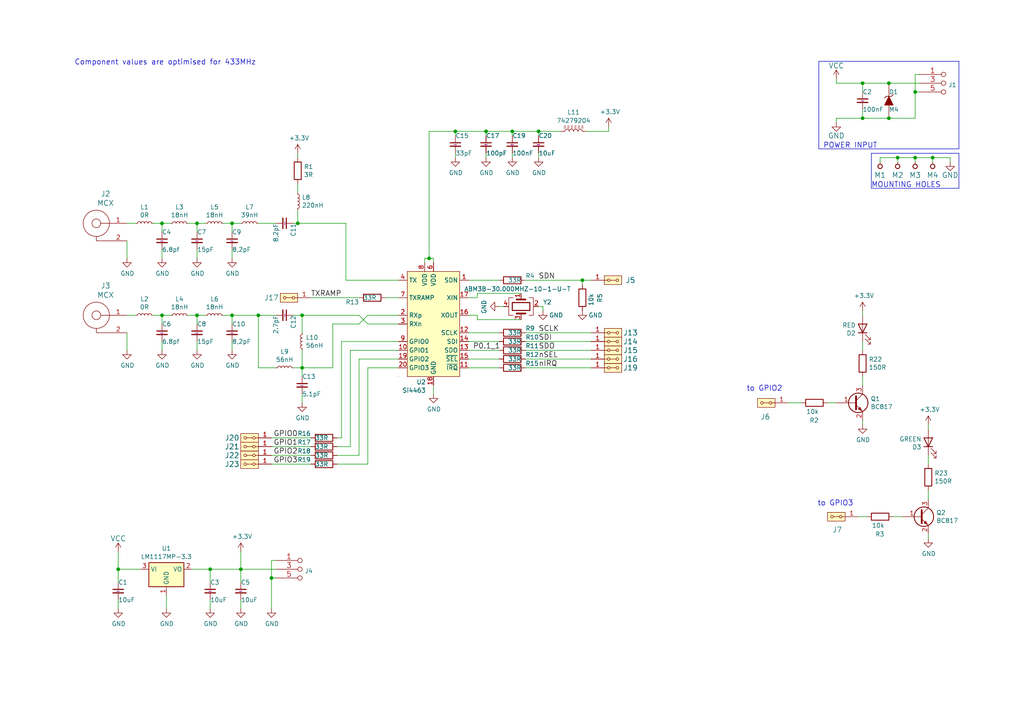
<source format=kicad_sch>
(kicad_sch (version 20231120) (generator "eeschema") (generator_version "8.0")
  (paper "A4")
  (title_block (title "ISM03") (date "%F") (rev "ISM01A") (company "Mlab www.mlab.cz") (comment 1 "Sub-GHz ISM radio transceiver"))
  (lib_symbols
    (symbol "Device:C_Small" (pin_numbers hide) (pin_names (offset 0.254) hide)
      (property "Reference" "C" (at 0.254 1.778 0))
      (property "Value" "C_Small" (at 0.254 -2.032 0))
      (symbol "C_Small_1_1"
        (pin passive line (at 0 2.54 270) (length 2.032) (name "~") (number "1"))
        (pin passive line (at 0 -2.54 90) (length 2.032) (name "~") (number "2"))
      )
    )
    (symbol "Device:Crystal_GND24" (pin_names (offset 1.016) hide)
      (property "Reference" "Y" (at 3.175 5.08 0))
      (property "Value" "Crystal_GND24" (at 3.175 3.175 0))
      (symbol "Crystal_GND24_1_1"
        (pin passive line (at -3.81 0 0) (length 1.27) (name "1") (number "1"))
        (pin passive line (at 0 5.08 270) (length 1.27) (name "2") (number "2"))
        (pin passive line (at 3.81 0 180) (length 1.27) (name "3") (number "3"))
        (pin passive line (at 0 -5.08 90) (length 1.27) (name "4") (number "4"))
      )
    )
    (symbol "Device:LED" (pin_numbers hide) (pin_names (offset 1.016) hide)
      (property "Reference" "D" (at 0 2.54 0))
      (property "Value" "LED" (at 0 -2.54 0))
      (symbol "LED_1_1"
        (pin passive line (at -3.81 0 0) (length 2.54) (name "K") (number "1"))
        (pin passive line (at 3.81 0 180) (length 2.54) (name "A") (number "2"))
      )
    )
    (symbol "Device:L_Ferrite" (pin_numbers hide) (pin_names (offset 1.016) hide)
      (property "Reference" "L" (at -1.27 0 90))
      (property "Value" "L_Ferrite" (at 2.794 0 90))
      (symbol "L_Ferrite_1_1"
        (pin passive line (at 0 3.81 270) (length 1.27) (name "1") (number "1"))
        (pin passive line (at 0 -3.81 90) (length 1.27) (name "2") (number "2"))
      )
    )
    (symbol "Device:L_Small" (pin_numbers hide) (pin_names (offset 0.254) hide)
      (property "Reference" "L" (at 0.762 1.016 0))
      (property "Value" "L_Small" (at 0.762 -1.016 0))
      (symbol "L_Small_1_1"
        (pin passive line (at 0 2.54 270) (length 0.508) (name "~") (number "1"))
        (pin passive line (at 0 -2.54 90) (length 0.508) (name "~") (number "2"))
      )
    )
    (symbol "Device:Q_NPN_BEC" (pin_names (offset 0) hide)
      (property "Reference" "Q" (at 5.08 1.27 0))
      (property "Value" "Q_NPN_BEC" (at 5.08 -1.27 0))
      (symbol "Q_NPN_BEC_1_1"
        (pin input line (at -5.08 0 0) (length 5.715) (name "B") (number "1"))
        (pin passive line (at 2.54 -5.08 90) (length 2.54) (name "E") (number "2"))
        (pin passive line (at 2.54 5.08 270) (length 2.54) (name "C") (number "3"))
      )
    )
    (symbol "Device:R" (pin_numbers hide) (pin_names (offset 0))
      (property "Reference" "R" (at 2.032 0 90))
      (property "Value" "R" (at 0 0 90))
      (symbol "R_1_1"
        (pin passive line (at 0 3.81 270) (length 1.27) (name "~") (number "1"))
        (pin passive line (at 0 -3.81 90) (length 1.27) (name "~") (number "2"))
      )
    )
    (symbol "MLAB_CONNECTORS:SMA" (pin_names (offset 1.016))
      (property "Reference" "J" (at 0 5.08 0))
      (property "Value" "SMA" (at 3.81 -5.08 0))
      (symbol "SMA_1_1"
        (pin unspecified line (at -8.89 0 0) (length 5.08) (name "~") (number "1"))
        (pin unspecified line (at -8.89 -5.08 0) (length 5.08) (name "~") (number "2"))
      )
    )
    (symbol "MLAB_D:D_ZENER" (pin_numbers hide) (pin_names (offset 1.016) hide)
      (property "Reference" "D" (at 0 2.54 0))
      (property "Value" "D_ZENER" (at 0 -2.54 0))
      (symbol "D_ZENER_1_1"
        (pin passive line (at -5.08 0 0) (length 3.81) (name "K") (number "1"))
        (pin passive line (at 5.08 0 180) (length 3.81) (name "A") (number "2"))
      )
    )
    (symbol "MLAB_HEADER:HEADER_2x01_PARALLEL" (pin_names (offset 1.016))
      (property "Reference" "J" (at 0 -2.54 0))
      (property "Value" "HEADER_2x01_PARALLEL" (at 0 2.54 0))
      (symbol "HEADER_2x01_PARALLEL_1_1"
        (pin input line (at -6.35 0 0) (length 3.81) (name "~") (number "1"))
        (pin input line (at -6.35 0 0) (length 3.81) hide (name "~") (number "2"))
      )
    )
    (symbol "MLAB_Jumpers:JUMP_3X2" (pin_names (offset 1.016) hide)
      (property "Reference" "J" (at -8.89 5.08 0))
      (symbol "JUMP_3X2_1_1"
        (pin passive inverted (at -10.16 3.81 0) (length 7.62) (name "2") (number "1"))
        (pin passive inverted (at -10.16 3.81 0) (length 7.62) hide (name "2") (number "2"))
        (pin passive inverted (at -10.16 1.27 0) (length 7.62) (name "4") (number "3"))
        (pin passive inverted (at -10.16 1.27 0) (length 7.62) hide (name "4") (number "4"))
        (pin passive inverted (at -10.16 -1.27 0) (length 7.62) (name "6") (number "5"))
        (pin passive inverted (at -10.16 -1.27 0) (length 7.62) hide (name "6") (number "6"))
      )
    )
    (symbol "MLAB_MECHANICAL:HOLE" (pin_numbers hide) (pin_names (offset 1.016) hide)
      (property "Reference" "M" (at 0 2.54 0))
      (property "Value" "HOLE" (at 0 -2.54 0))
      (symbol "HOLE_1_1"
        (pin input line (at 1.27 0 180) (length 0.635) (name "~") (number "1"))
      )
    )
    (symbol "RF:Si4463"
      (property "Reference" "U" (at -6.35 16.51 0))
      (property "Value" "Si4463" (at 6.35 16.51 0))
      (symbol "Si4463_1_1"
        (pin input line (at -10.16 12.7 0) (length 2.54) (name "SDN") (number "1"))
        (pin bidirectional line (at 10.16 -7.62 180) (length 2.54) (name "GPIO1") (number "10"))
        (pin open_collector line (at -10.16 -12.7 0) (length 2.54) (name "~{IRQ}") (number "11"))
        (pin input line (at -10.16 -2.54 0) (length 2.54) (name "SCLK") (number "12"))
        (pin output line (at -10.16 -7.62 0) (length 2.54) (name "SDO") (number "13"))
        (pin input line (at -10.16 -5.08 0) (length 2.54) (name "SDI") (number "14"))
        (pin input line (at -10.16 -10.16 0) (length 2.54) (name "~{SEL}") (number "15"))
        (pin passive line (at -10.16 2.54 0) (length 2.54) (name "XOUT") (number "16"))
        (pin input line (at -10.16 7.62 0) (length 2.54) (name "XIN") (number "17"))
        (pin power_in line (at 0 -17.78 90) (length 2.54) (name "GND") (number "18"))
        (pin bidirectional line (at 10.16 -10.16 180) (length 2.54) (name "GPIO2") (number "19"))
        (pin input line (at 10.16 2.54 180) (length 2.54) (name "RXp") (number "2"))
        (pin bidirectional line (at 10.16 -12.7 180) (length 2.54) (name "GPIO3") (number "20"))
        (pin passive line (at 0 -17.78 90) (length 2.54) hide (name "GND") (number "21"))
        (pin input line (at 10.16 0 180) (length 2.54) (name "RXn") (number "3"))
        (pin output line (at 10.16 12.7 180) (length 2.54) (name "TX") (number "4"))
        (pin no_connect line (at 7.62 -15.24 180) (length 2.54) hide (name "NC") (number "5"))
        (pin power_in line (at 0 17.78 270) (length 2.54) (name "VDD") (number "6"))
        (pin output line (at 10.16 7.62 180) (length 2.54) (name "TXRAMP") (number "7"))
        (pin power_in line (at 2.54 17.78 270) (length 2.54) (name "VDD") (number "8"))
        (pin bidirectional line (at 10.16 -5.08 180) (length 2.54) (name "GPIO0") (number "9"))
      )
    )
    (symbol "Regulator_Linear:LM1117MP-3.3"
      (property "Reference" "U" (at -3.81 3.175 0))
      (property "Value" "LM1117MP-3.3" (at 0 3.175 0))
      (symbol "LM1117MP-3.3_1_1"
        (pin power_in line (at 0 -7.62 90) (length 2.54) (name "GND") (number "1"))
        (pin power_out line (at 7.62 0 180) (length 2.54) (name "VO") (number "2"))
        (pin power_in line (at -7.62 0 0) (length 2.54) (name "VI") (number "3"))
      )
    )
    (symbol "power:+3.3V" (power) (pin_names (offset 0))
      (property "Value" "+3.3V" (at 0 3.556 0))
      (symbol "+3.3V_1_1"
        (pin power_in line (at 0 0 90) (length 0) hide (name "+3.3V") (number "1"))
      )
    )
    (symbol "power:GND" (power) (pin_names (offset 0))
      (property "Value" "GND" (at 0 -3.81 0))
      (symbol "GND_1_1"
        (pin power_in line (at 0 0 270) (length 0) hide (name "GND") (number "1"))
      )
    )
    (symbol "power:VCC" (power) (pin_names (offset 0))
      (property "Value" "VCC" (at 0 3.81 0))
      (symbol "VCC_1_1"
        (pin power_in line (at 0 0 90) (length 0) hide (name "VCC") (number "1"))
      )
    )
  )
  (junction (at 124.46 74.93))
  (junction (at 257.81 24.13))
  (junction (at 60.96 165.1))
  (junction (at 46.99 64.77))
  (junction (at 132.08 38.1))
  (junction (at 67.31 91.44))
  (junction (at 46.99 91.44))
  (junction (at 87.63 106.68))
  (junction (at 168.91 81.28))
  (junction (at 250.19 24.13))
  (junction (at 250.19 34.29))
  (junction (at 57.15 64.77))
  (junction (at 265.43 45.72))
  (junction (at 69.85 165.1))
  (junction (at 265.43 26.67))
  (junction (at 260.35 45.72))
  (junction (at 87.63 91.44))
  (junction (at 156.21 38.1))
  (junction (at 257.81 34.29))
  (junction (at 57.15 91.44))
  (junction (at 86.36 64.77))
  (junction (at 67.31 64.77))
  (junction (at 74.93 91.44))
  (junction (at 140.97 38.1))
  (junction (at 78.74 167.64))
  (junction (at 270.51 45.72))
  (junction (at 148.59 38.1))
  (junction (at 34.29 165.1))
  (wire (pts (xy 74.93 64.77) (xy 80.01 64.77)))
  (wire (pts (xy 54.61 91.44) (xy 57.15 91.44)))
  (wire (pts (xy 44.45 91.44) (xy 46.99 91.44)))
  (wire (pts (xy 257.81 24.13) (xy 266.7 24.13)))
  (wire (pts (xy 96.52 106.68) (xy 96.52 93.98)))
  (wire (pts (xy 48.26 172.72) (xy 48.26 176.53)))
  (wire (pts (xy 100.33 81.28) (xy 115.57 81.28)))
  (wire (pts (xy 157.48 90.17) (xy 157.48 88.9)))
  (wire (pts (xy 67.31 91.44) (xy 74.93 91.44)))
  (wire (pts (xy 80.01 162.56) (xy 78.74 162.56)))
  (wire (pts (xy 99.06 127) (xy 97.79 127)))
  (wire (pts (xy 96.52 93.98) (xy 104.14 93.98)))
  (wire (pts (xy 135.89 81.28) (xy 144.78 81.28)))
  (wire (pts (xy 90.17 132.08) (xy 78.74 132.08)))
  (wire (pts (xy 260.35 46.99) (xy 260.35 45.72)))
  (wire (pts (xy 265.43 21.59) (xy 265.43 26.67)))
  (wire (pts (xy 138.43 91.44) (xy 138.43 92.71)))
  (wire (pts (xy 275.59 45.72) (xy 270.51 45.72)))
  (wire (pts (xy 123.19 74.93) (xy 123.19 76.2)))
  (wire (pts (xy 270.51 45.72) (xy 265.43 45.72)))
  (wire (pts (xy 104.14 93.98) (xy 106.68 91.44)))
  (wire (pts (xy 140.97 45.72) (xy 140.97 44.45)))
  (wire (pts (xy 64.77 91.44) (xy 67.31 91.44)))
  (wire (pts (xy 265.43 45.72) (xy 260.35 45.72)))
  (wire (pts (xy 140.97 39.37) (xy 140.97 38.1)))
  (wire (pts (xy 138.43 85.09) (xy 138.43 86.36)))
  (wire (pts (xy 87.63 106.68) (xy 96.52 106.68)))
  (wire (pts (xy 69.85 176.53) (xy 69.85 173.99)))
  (wire (pts (xy 54.61 64.77) (xy 57.15 64.77)))
  (wire (pts (xy 34.29 165.1) (xy 34.29 160.02)))
  (wire (pts (xy 135.89 106.68) (xy 144.78 106.68)))
  (wire (pts (xy 250.19 123.19) (xy 250.19 121.92)))
  (wire (pts (xy 85.09 91.44) (xy 87.63 91.44)))
  (wire (pts (xy 124.46 74.93) (xy 125.73 74.93)))
  (wire (pts (xy 90.17 134.62) (xy 78.74 134.62)))
  (wire (pts (xy 265.43 46.99) (xy 265.43 45.72)))
  (wire (pts (xy 74.93 106.68) (xy 74.93 91.44)))
  (wire (pts (xy 132.08 39.37) (xy 132.08 38.1)))
  (wire (pts (xy 152.4 81.28) (xy 168.91 81.28)))
  (wire (pts (xy 269.24 142.24) (xy 269.24 144.78)))
  (wire (pts (xy 152.4 101.6) (xy 171.45 101.6)))
  (wire (pts (xy 270.51 46.99) (xy 270.51 45.72)))
  (wire (pts (xy 269.24 156.21) (xy 269.24 154.94)))
  (wire (pts (xy 100.33 64.77) (xy 100.33 81.28)))
  (wire (pts (xy 87.63 101.6) (xy 87.63 106.68)))
  (wire (pts (xy 67.31 93.98) (xy 67.31 91.44)))
  (wire (pts (xy 257.81 34.29) (xy 265.43 34.29)))
  (wire (pts (xy 250.19 31.75) (xy 250.19 34.29)))
  (wire (pts (xy 148.59 39.37) (xy 148.59 38.1)))
  (wire (pts (xy 259.08 149.86) (xy 261.62 149.86)))
  (wire (pts (xy 69.85 165.1) (xy 69.85 168.91)))
  (wire (pts (xy 148.59 38.1) (xy 156.21 38.1)))
  (wire (pts (xy 78.74 167.64) (xy 78.74 176.53)))
  (wire (pts (xy 135.89 99.06) (xy 144.78 99.06)))
  (wire (pts (xy 115.57 99.06) (xy 99.06 99.06)))
  (wire (pts (xy 60.96 168.91) (xy 60.96 165.1)))
  (wire (pts (xy 90.17 127) (xy 78.74 127)))
  (wire (pts (xy 87.63 91.44) (xy 104.14 91.44)))
  (wire (pts (xy 57.15 64.77) (xy 59.69 64.77)))
  (wire (pts (xy 46.99 91.44) (xy 49.53 91.44)))
  (wire (pts (xy 269.24 123.19) (xy 269.24 124.46)))
  (wire (pts (xy 257.81 24.13) (xy 250.19 24.13)))
  (wire (pts (xy 248.92 149.86) (xy 251.46 149.86)))
  (wire (pts (xy 78.74 167.64) (xy 80.01 167.64)))
  (wire (pts (xy 168.91 81.28) (xy 168.91 82.55)))
  (polyline (pts (xy 237.49 43.18) (xy 237.49 17.78)))
  (wire (pts (xy 170.18 38.1) (xy 176.53 38.1)))
  (wire (pts (xy 36.83 96.52) (xy 36.83 101.6)))
  (wire (pts (xy 67.31 64.77) (xy 69.85 64.77)))
  (wire (pts (xy 60.96 165.1) (xy 69.85 165.1)))
  (wire (pts (xy 135.89 96.52) (xy 144.78 96.52)))
  (wire (pts (xy 250.19 34.29) (xy 257.81 34.29)))
  (wire (pts (xy 57.15 67.31) (xy 57.15 64.77)))
  (wire (pts (xy 144.78 88.9) (xy 146.05 88.9)))
  (wire (pts (xy 115.57 106.68) (xy 106.68 106.68)))
  (wire (pts (xy 228.6 116.84) (xy 232.41 116.84)))
  (wire (pts (xy 36.83 69.85) (xy 36.83 74.93)))
  (wire (pts (xy 148.59 45.72) (xy 148.59 44.45)))
  (wire (pts (xy 135.89 91.44) (xy 138.43 91.44)))
  (wire (pts (xy 152.4 96.52) (xy 171.45 96.52)))
  (wire (pts (xy 34.29 165.1) (xy 34.29 168.91)))
  (wire (pts (xy 255.27 45.72) (xy 255.27 46.99)))
  (wire (pts (xy 156.21 38.1) (xy 162.56 38.1)))
  (wire (pts (xy 60.96 176.53) (xy 60.96 173.99)))
  (wire (pts (xy 44.45 64.77) (xy 46.99 64.77)))
  (wire (pts (xy 115.57 86.36) (xy 111.76 86.36)))
  (wire (pts (xy 157.48 88.9) (xy 156.21 88.9)))
  (wire (pts (xy 86.36 60.96) (xy 86.36 64.77)))
  (wire (pts (xy 115.57 104.14) (xy 104.14 104.14)))
  (wire (pts (xy 250.19 91.44) (xy 250.19 90.17)))
  (wire (pts (xy 69.85 165.1) (xy 80.01 165.1)))
  (wire (pts (xy 125.73 74.93) (xy 125.73 76.2)))
  (wire (pts (xy 250.19 24.13) (xy 242.57 24.13)))
  (wire (pts (xy 57.15 91.44) (xy 59.69 91.44)))
  (wire (pts (xy 64.77 64.77) (xy 67.31 64.77)))
  (wire (pts (xy 87.63 109.22) (xy 87.63 106.68)))
  (wire (pts (xy 135.89 101.6) (xy 144.78 101.6)))
  (wire (pts (xy 106.68 134.62) (xy 97.79 134.62)))
  (wire (pts (xy 132.08 38.1) (xy 140.97 38.1)))
  (wire (pts (xy 124.46 74.93) (xy 123.19 74.93)))
  (wire (pts (xy 46.99 101.6) (xy 46.99 99.06)))
  (wire (pts (xy 152.4 106.68) (xy 171.45 106.68)))
  (wire (pts (xy 34.29 165.1) (xy 40.64 165.1)))
  (wire (pts (xy 85.09 64.77) (xy 86.36 64.77)))
  (wire (pts (xy 87.63 96.52) (xy 87.63 91.44)))
  (polyline (pts (xy 278.13 17.78) (xy 278.13 43.18)))
  (wire (pts (xy 34.29 176.53) (xy 34.29 173.99)))
  (wire (pts (xy 266.7 21.59) (xy 265.43 21.59)))
  (wire (pts (xy 125.73 114.3) (xy 125.73 111.76)))
  (wire (pts (xy 275.59 46.99) (xy 275.59 45.72)))
  (wire (pts (xy 74.93 91.44) (xy 80.01 91.44)))
  (wire (pts (xy 69.85 160.02) (xy 69.85 165.1)))
  (wire (pts (xy 55.88 165.1) (xy 60.96 165.1)))
  (wire (pts (xy 115.57 101.6) (xy 101.6 101.6)))
  (polyline (pts (xy 252.73 54.61) (xy 252.73 44.45)))
  (wire (pts (xy 135.89 104.14) (xy 144.78 104.14)))
  (wire (pts (xy 156.21 45.72) (xy 156.21 44.45)))
  (wire (pts (xy 106.68 93.98) (xy 115.57 93.98)))
  (wire (pts (xy 269.24 132.08) (xy 269.24 134.62)))
  (wire (pts (xy 138.43 86.36) (xy 135.89 86.36)))
  (wire (pts (xy 87.63 116.84) (xy 87.63 114.3)))
  (wire (pts (xy 124.46 38.1) (xy 124.46 74.93)))
  (wire (pts (xy 151.13 85.09) (xy 138.43 85.09)))
  (wire (pts (xy 46.99 93.98) (xy 46.99 91.44)))
  (wire (pts (xy 106.68 106.68) (xy 106.68 134.62)))
  (wire (pts (xy 101.6 129.54) (xy 97.79 129.54)))
  (wire (pts (xy 67.31 74.93) (xy 67.31 72.39)))
  (polyline (pts (xy 237.49 17.78) (xy 278.13 17.78)))
  (wire (pts (xy 132.08 45.72) (xy 132.08 44.45)))
  (wire (pts (xy 106.68 91.44) (xy 115.57 91.44)))
  (polyline (pts (xy 252.73 44.45) (xy 278.13 44.45)))
  (wire (pts (xy 36.83 91.44) (xy 39.37 91.44)))
  (wire (pts (xy 250.19 111.76) (xy 250.19 109.22)))
  (wire (pts (xy 156.21 38.1) (xy 156.21 39.37)))
  (wire (pts (xy 86.36 45.72) (xy 86.36 44.45)))
  (wire (pts (xy 36.83 64.77) (xy 39.37 64.77)))
  (polyline (pts (xy 278.13 43.18) (xy 237.49 43.18)))
  (wire (pts (xy 250.19 101.6) (xy 250.19 99.06)))
  (wire (pts (xy 46.99 74.93) (xy 46.99 72.39)))
  (wire (pts (xy 78.74 162.56) (xy 78.74 167.64)))
  (wire (pts (xy 260.35 45.72) (xy 255.27 45.72)))
  (wire (pts (xy 85.09 106.68) (xy 87.63 106.68)))
  (wire (pts (xy 124.46 38.1) (xy 132.08 38.1)))
  (wire (pts (xy 151.13 92.71) (xy 138.43 92.71)))
  (wire (pts (xy 80.01 106.68) (xy 74.93 106.68)))
  (wire (pts (xy 57.15 101.6) (xy 57.15 99.06)))
  (wire (pts (xy 46.99 67.31) (xy 46.99 64.77)))
  (wire (pts (xy 106.68 93.98) (xy 104.14 91.44)))
  (wire (pts (xy 242.57 22.86) (xy 242.57 24.13)))
  (wire (pts (xy 250.19 24.13) (xy 250.19 26.67)))
  (wire (pts (xy 242.57 34.29) (xy 242.57 35.56)))
  (wire (pts (xy 104.14 104.14) (xy 104.14 132.08)))
  (polyline (pts (xy 278.13 54.61) (xy 252.73 54.61)))
  (wire (pts (xy 101.6 101.6) (xy 101.6 129.54)))
  (wire (pts (xy 250.19 34.29) (xy 242.57 34.29)))
  (wire (pts (xy 152.4 99.06) (xy 171.45 99.06)))
  (wire (pts (xy 265.43 26.67) (xy 265.43 34.29)))
  (wire (pts (xy 240.03 116.84) (xy 242.57 116.84)))
  (wire (pts (xy 67.31 67.31) (xy 67.31 64.77)))
  (wire (pts (xy 90.17 86.36) (xy 104.14 86.36)))
  (wire (pts (xy 57.15 93.98) (xy 57.15 91.44)))
  (polyline (pts (xy 278.13 44.45) (xy 278.13 54.61)))
  (wire (pts (xy 46.99 64.77) (xy 49.53 64.77)))
  (wire (pts (xy 90.17 129.54) (xy 78.74 129.54)))
  (wire (pts (xy 86.36 64.77) (xy 100.33 64.77)))
  (wire (pts (xy 86.36 55.88) (xy 86.36 53.34)))
  (wire (pts (xy 104.14 132.08) (xy 97.79 132.08)))
  (wire (pts (xy 140.97 38.1) (xy 148.59 38.1)))
  (wire (pts (xy 57.15 74.93) (xy 57.15 72.39)))
  (wire (pts (xy 168.91 81.28) (xy 171.45 81.28)))
  (wire (pts (xy 99.06 99.06) (xy 99.06 127)))
  (wire (pts (xy 67.31 101.6) (xy 67.31 99.06)))
  (wire (pts (xy 152.4 104.14) (xy 171.45 104.14)))
  (wire (pts (xy 176.53 38.1) (xy 176.53 36.83)))
  (wire (pts (xy 266.7 26.67) (xy 265.43 26.67)))
  (text "POWER INPUT" (at 238.76 43.18 0) (effects (font (size 1.524 1.524)) (justify left bottom)))
  (text "to GPIO3" (at 242.316 146.05 0) (effects (font (size 1.524 1.524))))
  (text "to GPIO2" (at 221.742 112.776 0) (effects (font (size 1.524 1.524))))
  (text "Component values are optimised for 433MHz" (at 21.59 19.05 0) (effects (font (size 1.524 1.524)) (justify left bottom)))
  (text "MOUNTING HOLES" (at 252.73 54.61 0) (effects (font (size 1.524 1.524)) (justify left bottom)))
  (label "SDI" (at 156.21 99.06 0) (effects (font (size 1.524 1.524))))
  (label "P0.1_1" (at 137.16 101.6 0) (effects (font (size 1.524 1.524))))
  (label "SCLK" (at 156.21 96.52 0) (effects (font (size 1.524 1.524))))
  (label "SDN" (at 156.21 81.28 0) (effects (font (size 1.524 1.524))))
  (label "TXRAMP" (at 99.06 86.36 180) (effects (font (size 1.524 1.524))))
  (label "SDO" (at 156.21 101.6 0) (effects (font (size 1.524 1.524))))
  (label "nIRQ" (at 156.21 106.68 0) (effects (font (size 1.524 1.524))))
  (label "nSEL" (at 156.21 104.14 0) (effects (font (size 1.524 1.524))))
  (label "GPIO3" (at 86.36 134.62 180) (effects (font (size 1.524 1.524))))
  (label "GPIO0" (at 86.36 127 180) (effects (font (size 1.524 1.524))))
  (label "GPIO1" (at 86.36 129.54 180) (effects (font (size 1.524 1.524))))
  (label "GPIO2" (at 86.36 132.08 180) (effects (font (size 1.524 1.524))))
  (symbol (lib_id "power:VCC") (at 242.57 22.86 0) (unit 1)
    (property "Reference" "#PWR01" (effects (hide yes)))
    (property "Value" "VCC" (at 242.57 19.05 0) (effects (font (size 1.524 1.524))))
  )
  (symbol (lib_id "power:GND") (at 242.57 35.56 0) (unit 1)
    (property "Reference" "#PWR02" (effects (hide yes)))
    (property "Value" "GND" (at 242.57 39.37 0) (effects (font (size 1.524 1.524))))
  )
  (symbol (lib_id "MLAB_MECHANICAL:HOLE") (at 255.27 48.26 90) (unit 1)
    (property "Reference" "M1" (at 255.27 50.8 90) (effects (font (size 1.524 1.524))))
    (property "Value" "HOLE" (effects (hide yes)))
    (property "Footprint" "Mlab_Mechanical:MountingHole_3mm" (effects (hide yes)))
  )
  (symbol (lib_id "MLAB_MECHANICAL:HOLE") (at 260.35 48.26 90) (unit 1)
    (property "Reference" "M2" (at 260.35 50.8 90) (effects (font (size 1.524 1.524))))
    (property "Value" "HOLE" (effects (hide yes)))
    (property "Footprint" "Mlab_Mechanical:MountingHole_3mm" (effects (hide yes)))
  )
  (symbol (lib_id "MLAB_MECHANICAL:HOLE") (at 265.43 48.26 90) (unit 1)
    (property "Reference" "M3" (at 265.43 50.8 90) (effects (font (size 1.524 1.524))))
    (property "Value" "HOLE" (effects (hide yes)))
    (property "Footprint" "Mlab_Mechanical:MountingHole_3mm" (effects (hide yes)))
  )
  (symbol (lib_id "MLAB_MECHANICAL:HOLE") (at 270.51 48.26 90) (unit 1)
    (property "Reference" "M4" (at 270.51 50.8 90) (effects (font (size 1.524 1.524))))
    (property "Value" "HOLE" (effects (hide yes)))
    (property "Footprint" "Mlab_Mechanical:MountingHole_3mm" (effects (hide yes)))
  )
  (symbol (lib_id "power:GND") (at 275.59 46.99 0) (unit 1)
    (property "Reference" "#PWR03" (effects (hide yes)))
    (property "Value" "GND" (at 275.59 50.8 0) (effects (font (size 1.524 1.524))))
  )
  (symbol (lib_id "Device:C_Small") (at 250.19 29.21 0) (unit 1)
    (property "Reference" "C2" (at 250.19 26.67 0) (effects (justify left)))
    (property "Value" "100nF" (at 250.19 31.75 0) (effects (justify left)))
    (property "Footprint" "Capacitor_SMD:C_0805_2012Metric" (effects (hide yes)))
    (property "Datasheet" "~" (at 250.19 29.21 0) (effects (font (size 1.524 1.524))))
    (property "UST_ID" "5c70984712875079b91f8b4c" (effects (hide yes)))
  )
  (symbol (lib_id "MLAB_Jumpers:JUMP_3X2") (at 276.86 25.4 0) (unit 1)
    (property "Reference" "J1" (at 275.0566 24.638 0) (effects (justify left)))
    (property "Value" "JUMP_3X2" (effects (hide yes)))
    (property "Footprint" "Mlab_Pin_Headers:Straight_2x03" (effects (hide yes)))
  )
  (symbol (lib_id "MLAB_D:D_ZENER") (at 257.81 29.21 270) (unit 1)
    (property "Reference" "D1" (at 257.81 26.67 90) (effects (justify left)))
    (property "Value" "M4" (at 257.81 31.75 90) (effects (justify left)))
    (property "Footprint" "Diode_SMD:D_SMA" (effects (hide yes)))
    (property "UST_ID" "5c70984512875079b91f88ac" (effects (hide yes)))
  )
  (symbol (lib_id "Device:C_Small") (at 34.29 171.45 0) (unit 1)
    (property "Reference" "C1" (at 34.29 168.91 0) (effects (justify left)))
    (property "Value" "10uF" (at 34.29 173.99 0) (effects (justify left)))
    (property "Footprint" "Capacitor_SMD:C_0805_2012Metric" (effects (hide yes)))
    (property "Datasheet" "~" (at 34.29 171.45 0) (effects (font (size 1.524 1.524))))
    (property "UST_ID" "5c70984812875079b91f8bbd" (effects (hide yes)))
  )
  (symbol (lib_id "Device:C_Small") (at 60.96 171.45 0) (unit 1)
    (property "Reference" "C3" (at 60.96 168.91 0) (effects (justify left)))
    (property "Value" "10uF" (at 60.96 173.99 0) (effects (justify left)))
    (property "Footprint" "Capacitor_SMD:C_0805_2012Metric" (effects (hide yes)))
    (property "Datasheet" "~" (at 60.96 171.45 0) (effects (font (size 1.524 1.524))))
    (property "UST_ID" "5c70984812875079b91f8bbd" (effects (hide yes)))
  )
  (symbol (lib_id "Device:C_Small") (at 69.85 171.45 0) (unit 1)
    (property "Reference" "C5" (at 69.85 168.91 0) (effects (justify left)))
    (property "Value" "10uF" (at 69.85 173.99 0) (effects (justify left)))
    (property "Footprint" "Capacitor_SMD:C_0805_2012Metric" (effects (hide yes)))
    (property "Datasheet" "~" (at 69.85 171.45 0) (effects (font (size 1.524 1.524))))
    (property "UST_ID" "5c70984812875079b91f8bbd" (effects (hide yes)))
  )
  (symbol (lib_id "power:GND") (at 34.29 176.53 0) (unit 1)
    (property "Reference" "#PWR0101" (effects (hide yes)))
    (property "Value" "GND" (at 34.417 180.9242 0))
  )
  (symbol (lib_id "power:GND") (at 48.26 176.53 0) (unit 1)
    (property "Reference" "#PWR0102" (effects (hide yes)))
    (property "Value" "GND" (at 48.387 180.9242 0))
  )
  (symbol (lib_id "power:GND") (at 60.96 176.53 0) (unit 1)
    (property "Reference" "#PWR0103" (effects (hide yes)))
    (property "Value" "GND" (at 61.087 180.9242 0))
  )
  (symbol (lib_id "power:GND") (at 69.85 176.53 0) (unit 1)
    (property "Reference" "#PWR0104" (effects (hide yes)))
    (property "Value" "GND" (at 69.977 180.9242 0))
  )
  (symbol (lib_id "power:VCC") (at 34.29 160.02 0) (unit 1)
    (property "Reference" "#PWR0105" (effects (hide yes)))
    (property "Value" "VCC" (at 34.29 156.21 0) (effects (font (size 1.524 1.524))))
  )
  (symbol (lib_id "MLAB_Jumpers:JUMP_3X2") (at 90.17 166.37 0) (unit 1)
    (property "Reference" "J4" (at 88.3666 165.608 0) (effects (justify left)))
    (property "Value" "JUMP_3X2" (effects (hide yes)))
    (property "Footprint" "Mlab_Pin_Headers:Straight_2x03" (effects (hide yes)))
  )
  (symbol (lib_id "power:GND") (at 78.74 176.53 0) (unit 1)
    (property "Reference" "#PWR0106" (effects (hide yes)))
    (property "Value" "GND" (at 78.867 180.9242 0))
  )
  (symbol (lib_id "power:+3.3V") (at 69.85 160.02 0) (unit 1)
    (property "Reference" "#PWR0107" (effects (hide yes)))
    (property "Value" "+3.3V" (at 70.231 155.6258 0))
  )
  (symbol (lib_id "MLAB_CONNECTORS:SMA") (at 27.94 64.77 0) (mirror y) (unit 1)
    (property "Reference" "J2" (at 30.6324 56.2102 0) (effects (font (size 1.524 1.524))))
    (property "Value" "MCX" (at 30.6324 58.9026 0) (effects (font (size 1.524 1.524))))
    (property "Footprint" "Mlab_CON:SMA6251A13G50" (effects (hide yes)))
    (property "UST_ID" "5c70984412875079b91f87ac" (effects (hide yes)))
  )
  (symbol (lib_id "Device:L_Small") (at 41.91 64.77 90) (unit 1)
    (property "Reference" "L1" (at 41.91 60.071 90))
    (property "Value" "0R" (at 41.91 62.3824 90))
    (property "Footprint" "Resistor_SMD:R_0805_2012Metric" (effects (hide yes)))
    (property "UST_ID" "5c70984512875079b91f896b" (effects (hide yes)))
  )
  (symbol (lib_id "Device:L_Small") (at 52.07 64.77 90) (unit 1)
    (property "Reference" "L3" (at 52.07 60.071 90))
    (property "Value" "18nH" (at 52.07 62.3824 90))
    (property "Footprint" "Inductor_SMD:L_0805_2012Metric" (effects (hide yes)))
    (property "UST_ID" "5c70984412875079b91f8806" (effects (hide yes)))
  )
  (symbol (lib_id "Device:L_Small") (at 62.23 64.77 90) (unit 1)
    (property "Reference" "L5" (at 62.23 60.071 90))
    (property "Value" "18nH" (at 62.23 62.3824 90))
    (property "Footprint" "Inductor_SMD:L_0805_2012Metric" (effects (hide yes)))
    (property "UST_ID" "5c70984412875079b91f8806" (effects (hide yes)))
  )
  (symbol (lib_id "Device:L_Small") (at 72.39 64.77 90) (unit 1)
    (property "Reference" "L7" (at 72.39 60.071 90))
    (property "Value" "39nH" (at 72.39 62.3824 90))
    (property "Footprint" "Inductor_SMD:L_0805_2012Metric" (effects (hide yes)))
    (property "UST_ID" "5c70984412875079b91f8809" (effects (hide yes)))
  )
  (symbol (lib_id "Device:C_Small") (at 82.55 64.77 270) (unit 1)
    (property "Reference" "C11" (at 85.09 64.77 0) (effects (justify left)))
    (property "Value" "8,2pF" (at 80.01 64.77 0) (effects (justify left)))
    (property "Footprint" "Capacitor_SMD:C_0805_2012Metric" (effects (hide yes)))
    (property "Datasheet" "~" (at 82.55 64.77 0) (effects (font (size 1.524 1.524))))
    (property "UST_ID" "5c70984712875079b91f8b2f" (effects (hide yes)))
  )
  (symbol (lib_id "Device:C_Small") (at 46.99 69.85 0) (unit 1)
    (property "Reference" "C4" (at 46.99 67.31 0) (effects (justify left)))
    (property "Value" "6.8pf" (at 46.99 72.39 0) (effects (justify left)))
    (property "Footprint" "Capacitor_SMD:C_0805_2012Metric" (effects (hide yes)))
    (property "Datasheet" "~" (at 46.99 69.85 0) (effects (font (size 1.524 1.524))))
    (property "UST_ID" "5c70984712875079b91f8b2e" (effects (hide yes)))
  )
  (symbol (lib_id "Device:C_Small") (at 57.15 69.85 0) (unit 1)
    (property "Reference" "C7" (at 57.15 67.31 0) (effects (justify left)))
    (property "Value" "15pF" (at 57.15 72.39 0) (effects (justify left)))
    (property "Footprint" "Capacitor_SMD:C_0805_2012Metric" (effects (hide yes)))
    (property "Datasheet" "~" (at 57.15 69.85 0) (effects (font (size 1.524 1.524))))
    (property "UST_ID" "5c70984712875079b91f8b32" (effects (hide yes)))
  )
  (symbol (lib_id "Device:C_Small") (at 67.31 69.85 0) (unit 1)
    (property "Reference" "C9" (at 67.31 67.31 0) (effects (justify left)))
    (property "Value" "8,2pF" (at 67.31 72.39 0) (effects (justify left)))
    (property "Footprint" "Capacitor_SMD:C_0805_2012Metric" (effects (hide yes)))
    (property "Datasheet" "~" (at 67.31 69.85 0) (effects (font (size 1.524 1.524))))
    (property "UST_ID" "5c70984712875079b91f8b2f" (effects (hide yes)))
  )
  (symbol (lib_id "Device:L_Small") (at 86.36 58.42 0) (unit 1)
    (property "Reference" "L8" (at 87.5538 57.2516 0) (effects (justify left)))
    (property "Value" "220nH" (at 87.5538 59.563 0) (effects (justify left)))
    (property "Footprint" "Inductor_SMD:L_0805_2012Metric" (effects (hide yes)))
    (property "UST_ID" "5c70984412875079b91f880d" (effects (hide yes)))
  )
  (symbol (lib_id "Device:R") (at 86.36 49.53 0) (unit 1)
    (property "Reference" "R1" (at 88.138 48.3616 0) (effects (justify left)))
    (property "Value" "3R" (at 88.138 50.673 0) (effects (justify left)))
    (property "Footprint" "Resistor_SMD:R_0805_2012Metric" (effects (hide yes)))
    (property "UST_ID" "60d57f1a1287500165f858ae" (effects (hide yes)))
  )
  (symbol (lib_id "power:+3.3V") (at 86.36 44.45 0) (unit 1)
    (property "Reference" "#PWR0108" (effects (hide yes)))
    (property "Value" "+3.3V" (at 86.741 40.0558 0))
  )
  (symbol (lib_id "power:GND") (at 125.73 114.3 0) (unit 1)
    (property "Reference" "#PWR0110" (effects (hide yes)))
    (property "Value" "GND" (at 125.857 118.6942 0))
  )
  (symbol (lib_id "power:GND") (at 36.83 74.93 0) (unit 1)
    (property "Reference" "#PWR0111" (effects (hide yes)))
    (property "Value" "GND" (at 36.957 79.3242 0))
  )
  (symbol (lib_id "power:GND") (at 46.99 74.93 0) (unit 1)
    (property "Reference" "#PWR0112" (effects (hide yes)))
    (property "Value" "GND" (at 47.117 79.3242 0))
  )
  (symbol (lib_id "power:GND") (at 57.15 74.93 0) (unit 1)
    (property "Reference" "#PWR0113" (effects (hide yes)))
    (property "Value" "GND" (at 57.277 79.3242 0))
  )
  (symbol (lib_id "power:GND") (at 67.31 74.93 0) (unit 1)
    (property "Reference" "#PWR0114" (effects (hide yes)))
    (property "Value" "GND" (at 67.437 79.3242 0))
  )
  (symbol (lib_id "power:GND") (at 144.78 88.9 270) (unit 1)
    (property "Reference" "#PWR0115" (effects (hide yes)))
    (property "Value" "GND" (at 140.3858 89.027 0))
  )
  (symbol (lib_id "Device:R") (at 148.59 96.52 270) (unit 1)
    (property "Reference" "R9" (at 152.4 95.25 90) (effects (justify left)))
    (property "Value" "33R" (at 147.32 96.52 90) (effects (justify left)))
    (property "Footprint" "Resistor_SMD:R_0805_2012Metric" (effects (hide yes)))
    (property "UST_ID" "5c70984512875079b91f8970" (effects (hide yes)))
  )
  (symbol (lib_id "Device:R") (at 148.59 99.06 270) (unit 1)
    (property "Reference" "R10" (at 152.4 97.79 90) (effects (justify left)))
    (property "Value" "33R" (at 147.32 99.06 90) (effects (justify left)))
    (property "Footprint" "Resistor_SMD:R_0805_2012Metric" (effects (hide yes)))
    (property "UST_ID" "5c70984512875079b91f8970" (effects (hide yes)))
  )
  (symbol (lib_id "Device:R") (at 148.59 101.6 270) (unit 1)
    (property "Reference" "R11" (at 152.4 100.33 90) (effects (justify left)))
    (property "Value" "33R" (at 147.32 101.6 90) (effects (justify left)))
    (property "Footprint" "Resistor_SMD:R_0805_2012Metric" (effects (hide yes)))
    (property "UST_ID" "5c70984512875079b91f8970" (effects (hide yes)))
  )
  (symbol (lib_id "Device:R") (at 148.59 104.14 270) (unit 1)
    (property "Reference" "R12" (at 152.4 102.87 90) (effects (justify left)))
    (property "Value" "33R" (at 147.32 104.14 90) (effects (justify left)))
    (property "Footprint" "Resistor_SMD:R_0805_2012Metric" (effects (hide yes)))
    (property "UST_ID" "5c70984512875079b91f8970" (effects (hide yes)))
  )
  (symbol (lib_id "Device:R") (at 107.95 86.36 90) (unit 1)
    (property "Reference" "R13" (at 104.14 87.63 90) (effects (justify left)))
    (property "Value" "33R" (at 109.22 86.36 90) (effects (justify left)))
    (property "Footprint" "Resistor_SMD:R_0805_2012Metric" (effects (hide yes)))
    (property "UST_ID" "5c70984512875079b91f8970" (effects (hide yes)))
  )
  (symbol (lib_id "Device:R") (at 148.59 106.68 270) (unit 1)
    (property "Reference" "R15" (at 152.4 105.41 90) (effects (justify left)))
    (property "Value" "33R" (at 147.32 106.68 90) (effects (justify left)))
    (property "Footprint" "Resistor_SMD:R_0805_2012Metric" (effects (hide yes)))
    (property "UST_ID" "5c70984512875079b91f8970" (effects (hide yes)))
  )
  (symbol (lib_id "Device:R") (at 93.98 127 90) (mirror x) (unit 1)
    (property "Reference" "R16" (at 90.17 125.73 90) (effects (justify left)))
    (property "Value" "33R" (at 95.25 127 90) (effects (justify left)))
    (property "Footprint" "Resistor_SMD:R_0805_2012Metric" (effects (hide yes)))
    (property "UST_ID" "5c70984512875079b91f8970" (effects (hide yes)))
  )
  (symbol (lib_id "Device:R") (at 93.98 129.54 90) (mirror x) (unit 1)
    (property "Reference" "R17" (at 90.17 128.27 90) (effects (justify left)))
    (property "Value" "33R" (at 95.25 129.54 90) (effects (justify left)))
    (property "Footprint" "Resistor_SMD:R_0805_2012Metric" (effects (hide yes)))
    (property "UST_ID" "5c70984512875079b91f8970" (effects (hide yes)))
  )
  (symbol (lib_id "Device:R") (at 93.98 132.08 90) (mirror x) (unit 1)
    (property "Reference" "R18" (at 90.17 130.81 90) (effects (justify left)))
    (property "Value" "33R" (at 95.25 132.08 90) (effects (justify left)))
    (property "Footprint" "Resistor_SMD:R_0805_2012Metric" (effects (hide yes)))
    (property "UST_ID" "5c70984512875079b91f8970" (effects (hide yes)))
  )
  (symbol (lib_id "Device:R") (at 93.98 134.62 90) (mirror x) (unit 1)
    (property "Reference" "R19" (at 90.17 133.35 90) (effects (justify left)))
    (property "Value" "33R" (at 95.25 134.62 90) (effects (justify left)))
    (property "Footprint" "Resistor_SMD:R_0805_2012Metric" (effects (hide yes)))
    (property "UST_ID" "5c70984512875079b91f8970" (effects (hide yes)))
  )
  (symbol (lib_id "Device:Crystal_GND24") (at 151.13 88.9 270) (unit 1)
    (property "Reference" "Y2" (at 157.48 87.63 90) (effects (justify left)))
    (property "Value" "ABM3B-30.000MHZ-10-1-U-T" (at 134.62 83.82 90) (effects (justify left)))
    (property "Footprint" "Crystal:Crystal_SMD_Abracon_ABM3B-4Pin_5.0x3.2mm" (effects (hide yes)))
    (property "UST_ID" "5c70984712875079b91f8ba1" (effects (hide yes)))
  )
  (symbol (lib_id "power:GND") (at 157.48 90.17 0) (unit 1)
    (property "Reference" "#PWR0116" (effects (hide yes)))
    (property "Value" "GND" (at 161.29 91.44 0))
  )
  (symbol (lib_id "MLAB_CONNECTORS:SMA") (at 27.94 91.44 0) (mirror y) (unit 1)
    (property "Reference" "J3" (at 30.6324 82.8802 0) (effects (font (size 1.524 1.524))))
    (property "Value" "MCX" (at 30.6324 85.5726 0) (effects (font (size 1.524 1.524))))
    (property "Footprint" "Mlab_CON:SMA6251A13G50" (effects (hide yes)))
    (property "UST_ID" "5c70984412875079b91f87ac" (effects (hide yes)))
  )
  (symbol (lib_id "Device:L_Small") (at 41.91 91.44 90) (unit 1)
    (property "Reference" "L2" (at 41.91 86.741 90))
    (property "Value" "0R" (at 41.91 89.0524 90))
    (property "Footprint" "Resistor_SMD:R_0805_2012Metric" (effects (hide yes)))
    (property "UST_ID" "5c70984512875079b91f896b" (effects (hide yes)))
  )
  (symbol (lib_id "Device:L_Small") (at 52.07 91.44 90) (unit 1)
    (property "Reference" "L4" (at 52.07 86.741 90))
    (property "Value" "18nH" (at 52.07 89.0524 90))
    (property "Footprint" "Inductor_SMD:L_0805_2012Metric" (effects (hide yes)))
    (property "UST_ID" "5c70984412875079b91f8806" (effects (hide yes)))
  )
  (symbol (lib_id "Device:L_Small") (at 62.23 91.44 90) (unit 1)
    (property "Reference" "L6" (at 62.23 86.741 90))
    (property "Value" "18nH" (at 62.23 89.0524 90))
    (property "Footprint" "Inductor_SMD:L_0805_2012Metric" (effects (hide yes)))
    (property "UST_ID" "5c70984412875079b91f8806" (effects (hide yes)))
  )
  (symbol (lib_id "Device:C_Small") (at 46.99 96.52 0) (unit 1)
    (property "Reference" "C6" (at 46.99 93.98 0) (effects (justify left)))
    (property "Value" "6.8pf" (at 46.99 99.06 0) (effects (justify left)))
    (property "Footprint" "Capacitor_SMD:C_0805_2012Metric" (effects (hide yes)))
    (property "Datasheet" "~" (at 46.99 96.52 0) (effects (font (size 1.524 1.524))))
    (property "UST_ID" "5c70984712875079b91f8b2e" (effects (hide yes)))
  )
  (symbol (lib_id "Device:C_Small") (at 57.15 96.52 0) (unit 1)
    (property "Reference" "C8" (at 57.15 93.98 0) (effects (justify left)))
    (property "Value" "15pF" (at 57.15 99.06 0) (effects (justify left)))
    (property "Footprint" "Capacitor_SMD:C_0805_2012Metric" (effects (hide yes)))
    (property "Datasheet" "~" (at 57.15 96.52 0) (effects (font (size 1.524 1.524))))
    (property "UST_ID" "5c70984712875079b91f8b32" (effects (hide yes)))
  )
  (symbol (lib_id "Device:C_Small") (at 67.31 96.52 0) (unit 1)
    (property "Reference" "C10" (at 67.31 93.98 0) (effects (justify left)))
    (property "Value" "8,2pF" (at 67.31 99.06 0) (effects (justify left)))
    (property "Footprint" "Capacitor_SMD:C_0805_2012Metric" (effects (hide yes)))
    (property "Datasheet" "~" (at 67.31 96.52 0) (effects (font (size 1.524 1.524))))
    (property "UST_ID" "5c70984712875079b91f8b2f" (effects (hide yes)))
  )
  (symbol (lib_id "power:GND") (at 36.83 101.6 0) (unit 1)
    (property "Reference" "#PWR0117" (effects (hide yes)))
    (property "Value" "GND" (at 36.957 105.9942 0))
  )
  (symbol (lib_id "power:GND") (at 46.99 101.6 0) (unit 1)
    (property "Reference" "#PWR0118" (effects (hide yes)))
    (property "Value" "GND" (at 47.117 105.9942 0))
  )
  (symbol (lib_id "power:GND") (at 57.15 101.6 0) (unit 1)
    (property "Reference" "#PWR0119" (effects (hide yes)))
    (property "Value" "GND" (at 57.277 105.9942 0))
  )
  (symbol (lib_id "power:GND") (at 67.31 101.6 0) (unit 1)
    (property "Reference" "#PWR0120" (effects (hide yes)))
    (property "Value" "GND" (at 67.437 105.9942 0))
  )
  (symbol (lib_id "Device:L_Small") (at 87.63 99.06 180) (unit 1)
    (property "Reference" "L10" (at 88.6714 97.8916 0) (effects (justify right)))
    (property "Value" "56nH" (at 88.6714 100.203 0) (effects (justify right)))
    (property "Footprint" "Inductor_SMD:L_0805_2012Metric" (effects (hide yes)))
    (property "UST_ID" "5c70984812875079b91f8ba4" (effects (hide yes)))
  )
  (symbol (lib_id "Device:L_Small") (at 82.55 106.68 90) (unit 1)
    (property "Reference" "L9" (at 82.55 101.981 90))
    (property "Value" "56nH" (at 82.55 104.2924 90))
    (property "Footprint" "Inductor_SMD:L_0805_2012Metric" (effects (hide yes)))
    (property "UST_ID" "5c70984812875079b91f8ba4" (effects (hide yes)))
  )
  (symbol (lib_id "Device:C_Small") (at 87.63 111.76 0) (unit 1)
    (property "Reference" "C13" (at 87.63 109.22 0) (effects (justify left)))
    (property "Value" "5.1pF" (at 87.63 114.3 0) (effects (justify left)))
    (property "Footprint" "Capacitor_SMD:C_0805_2012Metric" (effects (hide yes)))
    (property "Datasheet" "~" (at 87.63 111.76 0) (effects (font (size 1.524 1.524))))
    (property "UST_ID" "5c70984812875079b91f8ba2" (effects (hide yes)))
  )
  (symbol (lib_id "Device:C_Small") (at 82.55 91.44 270) (unit 1)
    (property "Reference" "C12" (at 85.09 91.44 0) (effects (justify left)))
    (property "Value" "2.7pF" (at 80.01 91.44 0) (effects (justify left)))
    (property "Footprint" "Capacitor_SMD:C_0805_2012Metric" (effects (hide yes)))
    (property "Datasheet" "~" (at 82.55 91.44 0) (effects (font (size 1.524 1.524))))
    (property "UST_ID" "5c70984712875079b91f8b28" (effects (hide yes)))
  )
  (symbol (lib_id "power:GND") (at 87.63 116.84 0) (unit 1)
    (property "Reference" "#PWR0121" (effects (hide yes)))
    (property "Value" "GND" (at 87.757 121.2342 0))
  )
  (symbol (lib_id "Device:C_Small") (at 132.08 41.91 0) (unit 1)
    (property "Reference" "C15" (at 132.08 39.37 0) (effects (justify left)))
    (property "Value" "33pF" (at 132.08 44.45 0) (effects (justify left)))
    (property "Footprint" "Capacitor_SMD:C_0805_2012Metric" (effects (hide yes)))
    (property "Datasheet" "~" (at 132.08 41.91 0) (effects (font (size 1.524 1.524))))
    (property "UST_ID" "5c70984712875079b91f8b37" (effects (hide yes)))
  )
  (symbol (lib_id "Device:C_Small") (at 140.97 41.91 0) (unit 1)
    (property "Reference" "C17" (at 140.97 39.37 0) (effects (justify left)))
    (property "Value" "100pF" (at 140.97 44.45 0) (effects (justify left)))
    (property "Footprint" "Capacitor_SMD:C_0805_2012Metric" (effects (hide yes)))
    (property "Datasheet" "~" (at 140.97 41.91 0) (effects (font (size 1.524 1.524))))
    (property "UST_ID" "5c70984712875079b91f8b3b" (effects (hide yes)))
  )
  (symbol (lib_id "Device:C_Small") (at 148.59 41.91 0) (unit 1)
    (property "Reference" "C19" (at 148.59 39.37 0) (effects (justify left)))
    (property "Value" "100nF" (at 148.59 44.45 0) (effects (justify left)))
    (property "Footprint" "Capacitor_SMD:C_0805_2012Metric" (effects (hide yes)))
    (property "Datasheet" "~" (at 148.59 41.91 0) (effects (font (size 1.524 1.524))))
    (property "UST_ID" "5c70984712875079b91f8b4c" (effects (hide yes)))
  )
  (symbol (lib_id "Device:C_Small") (at 156.21 41.91 0) (unit 1)
    (property "Reference" "C20" (at 156.21 39.37 0) (effects (justify left)))
    (property "Value" "10uF" (at 156.21 44.45 0) (effects (justify left)))
    (property "Footprint" "Capacitor_SMD:C_0805_2012Metric" (effects (hide yes)))
    (property "Datasheet" "~" (at 156.21 41.91 0) (effects (font (size 1.524 1.524))))
    (property "UST_ID" "5c70984812875079b91f8bbd" (effects (hide yes)))
  )
  (symbol (lib_id "power:GND") (at 132.08 45.72 0) (unit 1)
    (property "Reference" "#PWR0122" (effects (hide yes)))
    (property "Value" "GND" (at 132.207 50.1142 0))
  )
  (symbol (lib_id "power:GND") (at 140.97 45.72 0) (unit 1)
    (property "Reference" "#PWR0123" (effects (hide yes)))
    (property "Value" "GND" (at 141.097 50.1142 0))
  )
  (symbol (lib_id "power:GND") (at 148.59 45.72 0) (unit 1)
    (property "Reference" "#PWR0124" (effects (hide yes)))
    (property "Value" "GND" (at 148.717 50.1142 0))
  )
  (symbol (lib_id "power:GND") (at 156.21 45.72 0) (unit 1)
    (property "Reference" "#PWR0125" (effects (hide yes)))
    (property "Value" "GND" (at 156.337 50.1142 0))
  )
  (symbol (lib_id "Device:Q_NPN_BEC") (at 247.65 116.84 0) (unit 1)
    (property "Reference" "Q1" (at 252.5014 115.6716 0) (effects (justify left)))
    (property "Value" "BC817" (at 252.5014 117.983 0) (effects (justify left)))
    (property "Footprint" "Package_TO_SOT_SMD:SOT-23" (effects (hide yes)))
    (property "UST_ID" "5c70984712875079b91f8aec" (effects (hide yes)))
  )
  (symbol (lib_id "power:GND") (at 250.19 123.19 0) (unit 1)
    (property "Reference" "#PWR0140" (effects (hide yes)))
    (property "Value" "GND" (at 250.317 127.5842 0))
  )
  (symbol (lib_id "power:+3.3V") (at 176.53 36.83 0) (unit 1)
    (property "Reference" "#PWR0126" (effects (hide yes)))
    (property "Value" "+3.3V" (at 176.911 32.4358 0))
  )
  (symbol (lib_id "power:+3.3V") (at 250.19 90.17 0) (unit 1)
    (property "Reference" "#PWR0141" (effects (hide yes)))
    (property "Value" "+3.3V" (at 250.571 85.7758 0))
  )
  (symbol (lib_id "Device:Q_NPN_BEC") (at 266.7 149.86 0) (unit 1)
    (property "Reference" "Q2" (at 271.5514 148.6916 0) (effects (justify left)))
    (property "Value" "BC817" (at 271.5514 151.003 0) (effects (justify left)))
    (property "Footprint" "Package_TO_SOT_SMD:SOT-23" (effects (hide yes)))
    (property "UST_ID" "5c70984712875079b91f8aec" (effects (hide yes)))
  )
  (symbol (lib_id "power:GND") (at 269.24 156.21 0) (unit 1)
    (property "Reference" "#PWR0142" (effects (hide yes)))
    (property "Value" "GND" (at 269.367 160.6042 0))
  )
  (symbol (lib_id "MLAB_HEADER:HEADER_2x01_PARALLEL") (at 177.8 96.52 0) (unit 1)
    (property "Reference" "J13" (at 182.88 96.52 0) (effects (font (size 1.524 1.524))))
    (property "Value" "HEADER_2x01_PARALLEL" (effects (hide yes)))
    (property "Footprint" "Mlab_Pin_Headers:Straight_2x01" (effects (hide yes)))
  )
  (symbol (lib_id "MLAB_HEADER:HEADER_2x01_PARALLEL") (at 177.8 99.06 0) (unit 1)
    (property "Reference" "J14" (at 182.88 99.06 0) (effects (font (size 1.524 1.524))))
    (property "Value" "HEADER_2x01_PARALLEL" (effects (hide yes)))
    (property "Footprint" "Mlab_Pin_Headers:Straight_2x01" (effects (hide yes)))
  )
  (symbol (lib_id "MLAB_HEADER:HEADER_2x01_PARALLEL") (at 177.8 101.6 0) (unit 1)
    (property "Reference" "J15" (at 182.88 101.6 0) (effects (font (size 1.524 1.524))))
    (property "Value" "HEADER_2x01_PARALLEL" (effects (hide yes)))
    (property "Footprint" "Mlab_Pin_Headers:Straight_2x01" (effects (hide yes)))
  )
  (symbol (lib_id "MLAB_HEADER:HEADER_2x01_PARALLEL") (at 177.8 104.14 0) (unit 1)
    (property "Reference" "J16" (at 182.88 104.14 0) (effects (font (size 1.524 1.524))))
    (property "Value" "HEADER_2x01_PARALLEL" (effects (hide yes)))
    (property "Footprint" "Mlab_Pin_Headers:Straight_2x01" (effects (hide yes)))
  )
  (symbol (lib_id "MLAB_HEADER:HEADER_2x01_PARALLEL") (at 83.82 86.36 180) (unit 1)
    (property "Reference" "J17" (at 78.74 86.36 0) (effects (font (size 1.524 1.524))))
    (property "Value" "HEADER_2x01_PARALLEL" (effects (hide yes)))
    (property "Footprint" "Mlab_Pin_Headers:Straight_2x01" (effects (hide yes)))
  )
  (symbol (lib_id "MLAB_HEADER:HEADER_2x01_PARALLEL") (at 177.8 106.68 0) (unit 1)
    (property "Reference" "J19" (at 182.88 106.68 0) (effects (font (size 1.524 1.524))))
    (property "Value" "HEADER_2x01_PARALLEL" (effects (hide yes)))
    (property "Footprint" "Mlab_Pin_Headers:Straight_2x01" (effects (hide yes)))
  )
  (symbol (lib_id "MLAB_HEADER:HEADER_2x01_PARALLEL") (at 72.39 127 0) (mirror y) (unit 1)
    (property "Reference" "J20" (at 67.31 127 0) (effects (font (size 1.524 1.524))))
    (property "Value" "HEADER_2x01_PARALLEL" (effects (hide yes)))
    (property "Footprint" "Mlab_Pin_Headers:Straight_2x01" (effects (hide yes)))
  )
  (symbol (lib_id "MLAB_HEADER:HEADER_2x01_PARALLEL") (at 72.39 129.54 0) (mirror y) (unit 1)
    (property "Reference" "J21" (at 67.31 129.54 0) (effects (font (size 1.524 1.524))))
    (property "Value" "HEADER_2x01_PARALLEL" (effects (hide yes)))
    (property "Footprint" "Mlab_Pin_Headers:Straight_2x01" (effects (hide yes)))
  )
  (symbol (lib_id "MLAB_HEADER:HEADER_2x01_PARALLEL") (at 72.39 132.08 0) (mirror y) (unit 1)
    (property "Reference" "J22" (at 67.31 132.08 0) (effects (font (size 1.524 1.524))))
    (property "Value" "HEADER_2x01_PARALLEL" (effects (hide yes)))
    (property "Footprint" "Mlab_Pin_Headers:Straight_2x01" (effects (hide yes)))
  )
  (symbol (lib_id "MLAB_HEADER:HEADER_2x01_PARALLEL") (at 72.39 134.62 0) (mirror y) (unit 1)
    (property "Reference" "J23" (at 67.31 134.62 0) (effects (font (size 1.524 1.524))))
    (property "Value" "HEADER_2x01_PARALLEL" (effects (hide yes)))
    (property "Footprint" "Mlab_Pin_Headers:Straight_2x01" (effects (hide yes)))
  )
  (symbol (lib_id "power:+3.3V") (at 269.24 123.19 0) (unit 1)
    (property "Reference" "#PWR0143" (effects (hide yes)))
    (property "Value" "+3.3V" (at 269.621 118.7958 0))
  )
  (symbol (lib_id "Device:LED") (at 250.19 95.25 90) (unit 1)
    (property "Reference" "D2" (at 248.2088 96.647 90) (effects (justify left)))
    (property "Value" "RED" (at 248.2088 94.3356 90) (effects (justify left)))
    (property "Footprint" "Mlab_D:LED_1206" (effects (hide yes)))
    (property "UST_ID" "5c70984412875079b91f8896" (effects (hide yes)))
  )
  (symbol (lib_id "Device:LED") (at 269.24 128.27 90) (unit 1)
    (property "Reference" "D3" (at 267.2588 129.667 90) (effects (justify left)))
    (property "Value" "GREEN" (at 267.2588 127.3556 90) (effects (justify left)))
    (property "Footprint" "Mlab_D:LED_1206" (effects (hide yes)))
    (property "UST_ID" "5c70984412875079b91f8895" (effects (hide yes)))
  )
  (symbol (lib_id "Device:R") (at 250.19 105.41 0) (unit 1)
    (property "Reference" "R22" (at 251.968 104.2416 0) (effects (justify left)))
    (property "Value" "150R" (at 251.968 106.553 0) (effects (justify left)))
    (property "Footprint" "Resistor_SMD:R_0805_2012Metric" (effects (hide yes)))
    (property "UST_ID" "5c70984512875079b91f897a" (effects (hide yes)))
  )
  (symbol (lib_id "Device:R") (at 269.24 138.43 0) (unit 1)
    (property "Reference" "R23" (at 271.018 137.2616 0) (effects (justify left)))
    (property "Value" "150R" (at 271.018 139.573 0) (effects (justify left)))
    (property "Footprint" "Resistor_SMD:R_0805_2012Metric" (effects (hide yes)))
    (property "UST_ID" "5c70984512875079b91f897a" (effects (hide yes)))
  )
  (symbol (lib_id "Device:R") (at 148.59 81.28 270) (unit 1)
    (property "Reference" "R4" (at 152.4 80.01 90) (effects (justify left)))
    (property "Value" "33R" (at 147.32 81.28 90) (effects (justify left)))
    (property "Footprint" "Resistor_SMD:R_0805_2012Metric" (effects (hide yes)))
    (property "UST_ID" "5c70984512875079b91f8970" (effects (hide yes)))
  )
  (symbol (lib_id "Device:R") (at 168.91 86.36 180) (unit 1)
    (property "Reference" "R5" (at 173.99 85.09 90) (effects (justify left)))
    (property "Value" "10k" (at 171.45 85.09 90) (effects (justify left)))
    (property "Footprint" "Resistor_SMD:R_0805_2012Metric" (effects (hide yes)))
    (property "UST_ID" "5c70984512875079b91f897a" (effects (hide yes)))
  )
  (symbol (lib_id "RF:Si4463") (at 125.73 93.98 0) (mirror y) (unit 1)
    (property "Reference" "U2" (at 123.5359 110.8131 0) (effects (justify left)))
    (property "Value" "Si4463" (at 123.5359 113.2373 0) (effects (justify left)))
    (property "Footprint" "Package_DFN_QFN:QFN-20-1EP_4x4mm_P0.5mm_EP2.6x2.6mm_ThermalVias" (effects (hide yes)))
    (property "Datasheet" "https://www.silabs.com/documents/public/data-sheets/Si4464-63-61-60.pdf" (effects (hide yes)))
  )
  (symbol (lib_id "MLAB_HEADER:HEADER_2x01_PARALLEL") (at 222.25 116.84 180) (unit 1)
    (property "Reference" "J6" (at 221.996 120.904 0) (effects (font (size 1.524 1.524))))
    (property "Value" "HEADER_2x01_PARALLEL" (effects (hide yes)))
    (property "Footprint" "Mlab_Pin_Headers:Straight_2x01" (effects (hide yes)))
  )
  (symbol (lib_id "MLAB_HEADER:HEADER_2x01_PARALLEL") (at 177.8 81.28 0) (unit 1)
    (property "Reference" "J5" (at 182.88 81.28 0) (effects (font (size 1.524 1.524))))
    (property "Value" "HEADER_2x01_PARALLEL" (effects (hide yes)))
    (property "Footprint" "Mlab_Pin_Headers:Straight_2x01" (effects (hide yes)))
  )
  (symbol (lib_id "Regulator_Linear:LM1117MP-3.3") (at 48.26 165.1 0) (unit 1)
    (property "Reference" "U1" (at 48.26 159.0505 0))
    (property "Value" "LM1117MP-3.3" (at 48.26 161.4748 0))
    (property "Footprint" "Package_TO_SOT_SMD:SOT-223-3_TabPin2" (effects (hide yes)))
    (property "Datasheet" "http://www.ti.com/lit/ds/symlink/lm1117.pdf" (effects (hide yes)))
    (property "Description" "800mA Low-Dropout Linear Regulator, 3.3V fixed output, SOT-223" (effects (hide yes)))
    (property "UST_ID" "5c70984712875079b91f8af9" (effects (hide yes)))
  )
  (symbol (lib_id "Device:L_Ferrite") (at 166.37 38.1 90) (unit 1)
    (property "Reference" "L11" (at 166.37 32.5587 90))
    (property "Value" "74279204" (at 166.37 34.9829 90))
    (property "Footprint" "Inductor_SMD:L_0805_2012Metric" (effects (hide yes)))
    (property "UST_ID" "6016f01e1287504e4aa85f2a" (effects (hide yes)))
  )
  (symbol (lib_id "Device:R") (at 255.27 149.86 90) (unit 1)
    (property "Reference" "R3" (at 256.54 154.94 90) (effects (justify left)))
    (property "Value" "10k" (at 256.54 152.4 90) (effects (justify left)))
    (property "Footprint" "Resistor_SMD:R_0805_2012Metric" (effects (hide yes)))
    (property "UST_ID" "5c70984512875079b91f897a" (effects (hide yes)))
  )
  (symbol (lib_id "power:GND") (at 168.91 90.17 0) (unit 1)
    (property "Reference" "#PWR05" (effects (hide yes)))
    (property "Value" "GND" (at 172.72 91.44 0))
  )
  (symbol (lib_id "MLAB_HEADER:HEADER_2x01_PARALLEL") (at 242.57 149.86 180) (unit 1)
    (property "Reference" "J7" (at 242.824 153.67 0) (effects (font (size 1.524 1.524))))
    (property "Value" "HEADER_2x01_PARALLEL" (effects (hide yes)))
    (property "Footprint" "Mlab_Pin_Headers:Straight_2x01" (effects (hide yes)))
  )
  (symbol (lib_id "Device:R") (at 236.22 116.84 90) (unit 1)
    (property "Reference" "R2" (at 237.49 121.92 90) (effects (justify left)))
    (property "Value" "10k" (at 237.49 119.38 90) (effects (justify left)))
    (property "Footprint" "Resistor_SMD:R_0805_2012Metric" (effects (hide yes)))
    (property "UST_ID" "5c70984512875079b91f897a" (effects (hide yes)))
  )
)
</source>
